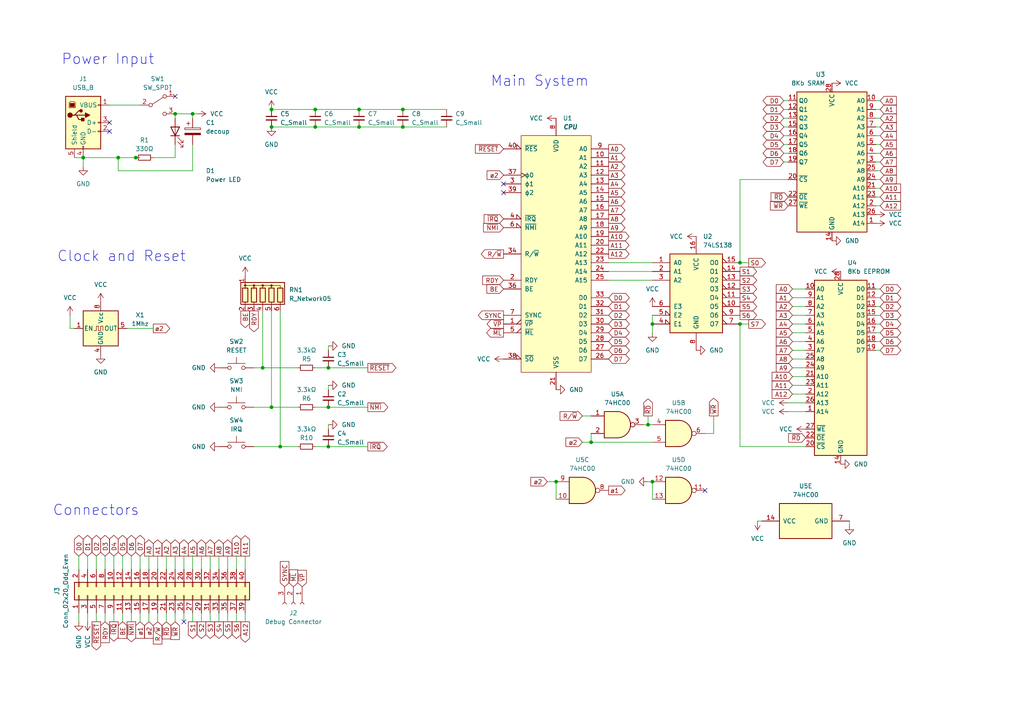
<source format=kicad_sch>
(kicad_sch (version 20230121) (generator eeschema)
  (paper "A4")
  (junction (at 171.45 128.27))
  (junction (at 214.63 76.2))
  (junction (at 116.84 36.83))
  (junction (at 24.13 45.72))
  (junction (at 81.28 129.54))
  (junction (at 95.25 118.11))
  (junction (at 95.25 129.54))
  (junction (at 78.74 36.83))
  (junction (at 50.8 33.02))
  (junction (at 78.74 31.75))
  (junction (at 189.23 139.7))
  (junction (at 91.44 31.75))
  (junction (at 95.25 106.68))
  (junction (at 116.84 31.75))
  (junction (at 76.2 106.68))
  (junction (at 55.88 33.02))
  (junction (at 214.63 93.98))
  (junction (at 189.23 93.98))
  (junction (at 187.96 123.19))
  (junction (at 104.14 31.75))
  (junction (at 34.29 45.72))
  (junction (at 78.74 118.11))
  (junction (at 104.14 36.83))
  (junction (at 39.37 45.72))
  (junction (at 161.29 139.7))
  (junction (at 91.44 36.83))
  (no_connect (at 53.34 180.34))
  (no_connect (at 31.75 35.56))
  (no_connect (at 31.75 38.1))
  (no_connect (at 146.05 55.88))
  (no_connect (at 50.8 27.94))
  (no_connect (at 146.05 53.34))
  (no_connect (at 204.47 142.24))
  (wire (pts (xy 255.27 88.9) (xy 254 88.9)))
  (wire (pts (xy 43.18 161.29) (xy 43.18 165.1)))
  (wire (pts (xy 63.5 180.34) (xy 63.5 177.8)))
  (wire (pts (xy 229.87 96.52) (xy 233.68 96.52)))
  (wire (pts (xy 22.86 180.34) (xy 22.86 177.8)))
  (wire (pts (xy 255.27 99.06) (xy 254 99.06)))
  (wire (pts (xy 255.27 57.15) (xy 254 57.15)))
  (wire (pts (xy 27.94 180.34) (xy 27.94 177.8)))
  (wire (pts (xy 44.45 45.72) (xy 50.8 45.72)))
  (wire (pts (xy 229.87 106.68) (xy 233.68 106.68)))
  (wire (pts (xy 35.56 180.34) (xy 35.56 177.8)))
  (wire (pts (xy 229.87 91.44) (xy 233.68 91.44)))
  (wire (pts (xy 255.27 91.44) (xy 254 91.44)))
  (wire (pts (xy 189.23 139.7) (xy 189.23 144.78)))
  (wire (pts (xy 227.33 29.21) (xy 228.6 29.21)))
  (wire (pts (xy 60.96 161.29) (xy 60.96 165.1)))
  (wire (pts (xy 95.25 100.33) (xy 95.25 101.6)))
  (wire (pts (xy 214.63 52.07) (xy 228.6 52.07)))
  (wire (pts (xy 246.38 152.4) (xy 246.38 151.13)))
  (wire (pts (xy 116.84 36.83) (xy 129.54 36.83)))
  (wire (pts (xy 176.53 81.28) (xy 189.23 81.28)))
  (wire (pts (xy 255.27 36.83) (xy 254 36.83)))
  (wire (pts (xy 50.8 41.91) (xy 50.8 45.72)))
  (wire (pts (xy 161.29 139.7) (xy 161.29 144.78)))
  (wire (pts (xy 38.1 161.29) (xy 38.1 165.1)))
  (wire (pts (xy 91.44 106.68) (xy 95.25 106.68)))
  (wire (pts (xy 48.26 180.34) (xy 48.26 177.8)))
  (wire (pts (xy 38.1 180.34) (xy 38.1 177.8)))
  (wire (pts (xy 187.96 123.19) (xy 186.69 123.19)))
  (wire (pts (xy 255.27 54.61) (xy 254 54.61)))
  (wire (pts (xy 229.87 83.82) (xy 233.68 83.82)))
  (wire (pts (xy 255.27 83.82) (xy 254 83.82)))
  (wire (pts (xy 35.56 161.29) (xy 35.56 165.1)))
  (wire (pts (xy 53.34 161.29) (xy 53.34 165.1)))
  (wire (pts (xy 78.74 118.11) (xy 86.36 118.11)))
  (wire (pts (xy 95.25 123.19) (xy 95.25 124.46)))
  (wire (pts (xy 73.66 118.11) (xy 78.74 118.11)))
  (wire (pts (xy 21.59 45.72) (xy 24.13 45.72)))
  (wire (pts (xy 255.27 49.53) (xy 254 49.53)))
  (wire (pts (xy 228.6 119.38) (xy 233.68 119.38)))
  (wire (pts (xy 189.23 123.19) (xy 187.96 123.19)))
  (wire (pts (xy 255.27 46.99) (xy 254 46.99)))
  (wire (pts (xy 214.63 93.98) (xy 214.63 129.54)))
  (wire (pts (xy 229.87 111.76) (xy 233.68 111.76)))
  (wire (pts (xy 33.02 180.34) (xy 33.02 177.8)))
  (wire (pts (xy 187.96 120.65) (xy 187.96 123.19)))
  (wire (pts (xy 31.75 30.48) (xy 40.64 30.48)))
  (wire (pts (xy 20.32 91.44) (xy 20.32 95.25)))
  (wire (pts (xy 91.44 36.83) (xy 104.14 36.83)))
  (wire (pts (xy 30.48 161.29) (xy 30.48 165.1)))
  (wire (pts (xy 55.88 161.29) (xy 55.88 165.1)))
  (wire (pts (xy 34.29 49.53) (xy 34.29 45.72)))
  (wire (pts (xy 187.96 139.7) (xy 189.23 139.7)))
  (wire (pts (xy 207.01 125.73) (xy 204.47 125.73)))
  (wire (pts (xy 91.44 31.75) (xy 104.14 31.75)))
  (wire (pts (xy 58.42 161.29) (xy 58.42 165.1)))
  (wire (pts (xy 176.53 78.74) (xy 189.23 78.74)))
  (wire (pts (xy 227.33 39.37) (xy 228.6 39.37)))
  (wire (pts (xy 255.27 39.37) (xy 254 39.37)))
  (wire (pts (xy 95.25 118.11) (xy 106.68 118.11)))
  (wire (pts (xy 48.26 161.29) (xy 48.26 165.1)))
  (wire (pts (xy 168.91 120.65) (xy 171.45 120.65)))
  (wire (pts (xy 45.72 161.29) (xy 45.72 165.1)))
  (wire (pts (xy 176.53 76.2) (xy 189.23 76.2)))
  (wire (pts (xy 25.4 180.34) (xy 25.4 177.8)))
  (wire (pts (xy 214.63 93.98) (xy 217.17 93.98)))
  (wire (pts (xy 78.74 31.75) (xy 91.44 31.75)))
  (wire (pts (xy 227.33 31.75) (xy 228.6 31.75)))
  (wire (pts (xy 158.75 139.7) (xy 161.29 139.7)))
  (wire (pts (xy 91.44 129.54) (xy 95.25 129.54)))
  (wire (pts (xy 66.04 161.29) (xy 66.04 165.1)))
  (wire (pts (xy 71.12 161.29) (xy 71.12 165.1)))
  (wire (pts (xy 95.25 106.68) (xy 106.68 106.68)))
  (wire (pts (xy 171.45 128.27) (xy 189.23 128.27)))
  (wire (pts (xy 255.27 59.69) (xy 254 59.69)))
  (wire (pts (xy 229.87 88.9) (xy 233.68 88.9)))
  (wire (pts (xy 33.02 161.29) (xy 33.02 165.1)))
  (wire (pts (xy 227.33 34.29) (xy 228.6 34.29)))
  (wire (pts (xy 24.13 45.72) (xy 34.29 45.72)))
  (wire (pts (xy 229.87 104.14) (xy 233.68 104.14)))
  (wire (pts (xy 255.27 96.52) (xy 254 96.52)))
  (wire (pts (xy 214.63 52.07) (xy 214.63 76.2)))
  (wire (pts (xy 27.94 161.29) (xy 27.94 165.1)))
  (wire (pts (xy 228.6 116.84) (xy 233.68 116.84)))
  (wire (pts (xy 104.14 36.83) (xy 116.84 36.83)))
  (wire (pts (xy 255.27 52.07) (xy 254 52.07)))
  (wire (pts (xy 39.37 45.72) (xy 40.64 45.72)))
  (wire (pts (xy 25.4 161.29) (xy 25.4 165.1)))
  (wire (pts (xy 189.23 93.98) (xy 189.23 96.52)))
  (wire (pts (xy 30.48 180.34) (xy 30.48 177.8)))
  (wire (pts (xy 58.42 180.34) (xy 58.42 177.8)))
  (wire (pts (xy 20.32 95.25) (xy 21.59 95.25)))
  (wire (pts (xy 50.8 161.29) (xy 50.8 165.1)))
  (wire (pts (xy 36.83 95.25) (xy 44.45 95.25)))
  (wire (pts (xy 43.18 180.34) (xy 43.18 177.8)))
  (wire (pts (xy 104.14 31.75) (xy 116.84 31.75)))
  (wire (pts (xy 255.27 44.45) (xy 254 44.45)))
  (wire (pts (xy 255.27 41.91) (xy 254 41.91)))
  (wire (pts (xy 255.27 31.75) (xy 254 31.75)))
  (wire (pts (xy 207.01 120.65) (xy 207.01 125.73)))
  (wire (pts (xy 229.87 114.3) (xy 233.68 114.3)))
  (wire (pts (xy 76.2 90.17) (xy 76.2 106.68)))
  (wire (pts (xy 71.12 180.34) (xy 71.12 177.8)))
  (wire (pts (xy 50.8 33.02) (xy 55.88 33.02)))
  (wire (pts (xy 63.5 161.29) (xy 63.5 165.1)))
  (wire (pts (xy 229.87 93.98) (xy 233.68 93.98)))
  (wire (pts (xy 255.27 93.98) (xy 254 93.98)))
  (wire (pts (xy 255.27 86.36) (xy 254 86.36)))
  (wire (pts (xy 227.33 46.99) (xy 228.6 46.99)))
  (wire (pts (xy 22.86 161.29) (xy 22.86 165.1)))
  (wire (pts (xy 78.74 36.83) (xy 91.44 36.83)))
  (wire (pts (xy 229.87 99.06) (xy 233.68 99.06)))
  (wire (pts (xy 214.63 76.2) (xy 217.17 76.2)))
  (wire (pts (xy 227.33 44.45) (xy 228.6 44.45)))
  (wire (pts (xy 53.34 180.34) (xy 53.34 177.8)))
  (wire (pts (xy 81.28 90.17) (xy 81.28 129.54)))
  (wire (pts (xy 189.23 91.44) (xy 189.23 93.98)))
  (wire (pts (xy 40.64 161.29) (xy 40.64 165.1)))
  (wire (pts (xy 45.72 180.34) (xy 45.72 177.8)))
  (wire (pts (xy 55.88 41.91) (xy 55.88 49.53)))
  (wire (pts (xy 229.87 109.22) (xy 233.68 109.22)))
  (wire (pts (xy 55.88 33.02) (xy 57.15 33.02)))
  (wire (pts (xy 116.84 31.75) (xy 129.54 31.75)))
  (wire (pts (xy 73.66 106.68) (xy 76.2 106.68)))
  (wire (pts (xy 171.45 128.27) (xy 168.91 128.27)))
  (wire (pts (xy 34.29 45.72) (xy 39.37 45.72)))
  (wire (pts (xy 55.88 49.53) (xy 34.29 49.53)))
  (wire (pts (xy 55.88 180.34) (xy 55.88 177.8)))
  (wire (pts (xy 78.74 90.17) (xy 78.74 118.11)))
  (wire (pts (xy 50.8 33.02) (xy 50.8 34.29)))
  (wire (pts (xy 50.8 180.34) (xy 50.8 177.8)))
  (wire (pts (xy 68.58 161.29) (xy 68.58 165.1)))
  (wire (pts (xy 214.63 129.54) (xy 233.68 129.54)))
  (wire (pts (xy 24.13 45.72) (xy 24.13 48.26)))
  (wire (pts (xy 229.87 86.36) (xy 233.68 86.36)))
  (wire (pts (xy 73.66 129.54) (xy 81.28 129.54)))
  (wire (pts (xy 60.96 180.34) (xy 60.96 177.8)))
  (wire (pts (xy 68.58 180.34) (xy 68.58 177.8)))
  (wire (pts (xy 255.27 29.21) (xy 254 29.21)))
  (wire (pts (xy 229.87 101.6) (xy 233.68 101.6)))
  (wire (pts (xy 95.25 111.76) (xy 95.25 113.03)))
  (wire (pts (xy 95.25 129.54) (xy 106.68 129.54)))
  (wire (pts (xy 255.27 101.6) (xy 254 101.6)))
  (wire (pts (xy 227.33 41.91) (xy 228.6 41.91)))
  (wire (pts (xy 66.04 180.34) (xy 66.04 177.8)))
  (wire (pts (xy 227.33 36.83) (xy 228.6 36.83)))
  (wire (pts (xy 171.45 125.73) (xy 171.45 128.27)))
  (wire (pts (xy 81.28 129.54) (xy 86.36 129.54)))
  (wire (pts (xy 55.88 33.02) (xy 55.88 34.29)))
  (wire (pts (xy 40.64 180.34) (xy 40.64 177.8)))
  (wire (pts (xy 219.71 151.13) (xy 220.98 151.13)))
  (wire (pts (xy 76.2 106.68) (xy 86.36 106.68)))
  (wire (pts (xy 91.44 118.11) (xy 95.25 118.11)))
  (wire (pts (xy 255.27 34.29) (xy 254 34.29)))
  (text "Clock and Reset" (at 16.51 76.2 0) (effects (font (size 3 3)) (justify left bottom)))
  (text "Main System\n" (at 142.24 25.4 0) (effects (font (size 3 3)) (justify left bottom)))
  (text "Power Input" (at 17.78 19.05 0) (effects (font (size 3 3)) (justify left bottom)))
  (text "Connectors\n" (at 15.24 149.86 0) (effects (font (size 3 3)) (justify left bottom)))
  (global_label "R{slash}~{W}" (shape input) (at 168.91 120.65 180) (property "Intersheetrefs" "${INTERSHEET_REFS}" (effects hide)))
  (global_label "~{RESET}" (shape input) (at 146.05 43.18 180) (property "Intersheetrefs" "${INTERSHEET_REFS}" (effects hide)))
  (global_label "A12" (shape input) (at 255.27 59.69 0) (property "Intersheetrefs" "${INTERSHEET_REFS}" (effects hide)))
  (global_label "S3" (shape output) (at 214.63 83.82 0) (property "Intersheetrefs" "${INTERSHEET_REFS}" (effects hide)))
  (global_label "~{NMI}" (shape output) (at 106.68 118.11 0) (property "Intersheetrefs" "${INTERSHEET_REFS}" (effects hide)))
  (global_label "A1" (shape output) (at 45.72 161.29 90) (property "Intersheetrefs" "${INTERSHEET_REFS}" (effects hide)))
  (global_label "~{RD}" (shape output) (at 187.96 120.65 90) (property "Intersheetrefs" "${INTERSHEET_REFS}" (effects hide)))
  (global_label "A0" (shape input) (at 255.27 29.21 0) (property "Intersheetrefs" "${INTERSHEET_REFS}" (effects hide)))
  (global_label "S1" (shape output) (at 214.63 78.74 0) (property "Intersheetrefs" "${INTERSHEET_REFS}" (effects hide)))
  (global_label "S6" (shape output) (at 214.63 91.44 0) (property "Intersheetrefs" "${INTERSHEET_REFS}" (effects hide)))
  (global_label "R{slash}~{W}" (shape input) (at 45.72 180.34 270) (property "Intersheetrefs" "${INTERSHEET_REFS}" (effects hide)))
  (global_label "A6" (shape input) (at 229.87 99.06 180) (property "Intersheetrefs" "${INTERSHEET_REFS}" (effects hide)))
  (global_label "ø2" (shape input) (at 168.91 128.27 180) (property "Intersheetrefs" "${INTERSHEET_REFS}" (effects hide)))
  (global_label "A9" (shape input) (at 255.27 52.07 0) (property "Intersheetrefs" "${INTERSHEET_REFS}" (effects hide)))
  (global_label "~{NMI}" (shape input) (at 146.05 66.04 180) (property "Intersheetrefs" "${INTERSHEET_REFS}" (effects hide)))
  (global_label "D0" (shape bidirectional) (at 227.33 29.21 180) (property "Intersheetrefs" "${INTERSHEET_REFS}" (effects hide)))
  (global_label "A4" (shape input) (at 255.27 39.37 0) (property "Intersheetrefs" "${INTERSHEET_REFS}" (effects hide)))
  (global_label "D7" (shape bidirectional) (at 40.64 161.29 90) (property "Intersheetrefs" "${INTERSHEET_REFS}" (effects hide)))
  (global_label "A2" (shape input) (at 255.27 34.29 0) (property "Intersheetrefs" "${INTERSHEET_REFS}" (effects hide)))
  (global_label "S1" (shape output) (at 55.88 180.34 270) (property "Intersheetrefs" "${INTERSHEET_REFS}" (effects hide)))
  (global_label "A6" (shape output) (at 58.42 161.29 90) (property "Intersheetrefs" "${INTERSHEET_REFS}" (effects hide)))
  (global_label "ø2" (shape input) (at 158.75 139.7 180) (property "Intersheetrefs" "${INTERSHEET_REFS}" (effects hide)))
  (global_label "A3" (shape output) (at 176.53 50.8 0) (property "Intersheetrefs" "${INTERSHEET_REFS}" (effects hide)))
  (global_label "S3" (shape output) (at 60.96 180.34 270) (property "Intersheetrefs" "${INTERSHEET_REFS}" (effects hide)))
  (global_label "A5" (shape output) (at 55.88 161.29 90) (property "Intersheetrefs" "${INTERSHEET_REFS}" (effects hide)))
  (global_label "D4" (shape bidirectional) (at 255.27 93.98 0) (property "Intersheetrefs" "${INTERSHEET_REFS}" (effects hide)))
  (global_label "~{IRQ}" (shape input) (at 146.05 63.5 180) (property "Intersheetrefs" "${INTERSHEET_REFS}" (effects hide)))
  (global_label "S5" (shape output) (at 214.63 88.9 0) (property "Intersheetrefs" "${INTERSHEET_REFS}" (effects hide)))
  (global_label "A12" (shape input) (at 229.87 114.3 180) (property "Intersheetrefs" "${INTERSHEET_REFS}" (effects hide)))
  (global_label "D5" (shape bidirectional) (at 227.33 41.91 180) (property "Intersheetrefs" "${INTERSHEET_REFS}" (effects hide)))
  (global_label "A11" (shape output) (at 176.53 71.12 0) (property "Intersheetrefs" "${INTERSHEET_REFS}" (effects hide)))
  (global_label "BE" (shape input) (at 146.05 83.82 180) (property "Intersheetrefs" "${INTERSHEET_REFS}" (effects hide)))
  (global_label "D0" (shape bidirectional) (at 255.27 83.82 0) (property "Intersheetrefs" "${INTERSHEET_REFS}" (effects hide)))
  (global_label "A8" (shape input) (at 255.27 49.53 0) (property "Intersheetrefs" "${INTERSHEET_REFS}" (effects hide)))
  (global_label "D5" (shape bidirectional) (at 35.56 161.29 90) (property "Intersheetrefs" "${INTERSHEET_REFS}" (effects hide)))
  (global_label "~{WR}" (shape input) (at 50.8 180.34 270) (property "Intersheetrefs" "${INTERSHEET_REFS}" (effects hide)))
  (global_label "A0" (shape output) (at 43.18 161.29 90) (property "Intersheetrefs" "${INTERSHEET_REFS}" (effects hide)))
  (global_label "D6" (shape bidirectional) (at 255.27 99.06 0) (property "Intersheetrefs" "${INTERSHEET_REFS}" (effects hide)))
  (global_label "D5" (shape bidirectional) (at 255.27 96.52 0) (property "Intersheetrefs" "${INTERSHEET_REFS}" (effects hide)))
  (global_label "A0" (shape input) (at 229.87 83.82 180) (property "Intersheetrefs" "${INTERSHEET_REFS}" (effects hide)))
  (global_label "D2" (shape bidirectional) (at 176.53 91.44 0) (property "Intersheetrefs" "${INTERSHEET_REFS}" (effects hide)))
  (global_label "A10" (shape output) (at 176.53 68.58 0) (property "Intersheetrefs" "${INTERSHEET_REFS}" (effects hide)))
  (global_label "A1" (shape output) (at 176.53 45.72 0) (property "Intersheetrefs" "${INTERSHEET_REFS}" (effects hide)))
  (global_label "A10" (shape output) (at 68.58 161.29 90) (property "Intersheetrefs" "${INTERSHEET_REFS}" (effects hide)))
  (global_label "D6" (shape bidirectional) (at 176.53 101.6 0) (property "Intersheetrefs" "${INTERSHEET_REFS}" (effects hide)))
  (global_label "~{WR}" (shape output) (at 207.01 120.65 90) (property "Intersheetrefs" "${INTERSHEET_REFS}" (effects hide)))
  (global_label "A1" (shape input) (at 255.27 31.75 0) (property "Intersheetrefs" "${INTERSHEET_REFS}" (effects hide)))
  (global_label "A12" (shape output) (at 71.12 180.34 270) (property "Intersheetrefs" "${INTERSHEET_REFS}" (effects hide)))
  (global_label "A7" (shape input) (at 229.87 101.6 180) (property "Intersheetrefs" "${INTERSHEET_REFS}" (effects hide)))
  (global_label "D4" (shape bidirectional) (at 33.02 161.29 90) (property "Intersheetrefs" "${INTERSHEET_REFS}" (effects hide)))
  (global_label "D1" (shape bidirectional) (at 227.33 31.75 180) (property "Intersheetrefs" "${INTERSHEET_REFS}" (effects hide)))
  (global_label "A10" (shape input) (at 255.27 54.61 0) (property "Intersheetrefs" "${INTERSHEET_REFS}" (effects hide)))
  (global_label "BE" (shape input) (at 35.56 180.34 270) (property "Intersheetrefs" "${INTERSHEET_REFS}" (effects hide)))
  (global_label "A2" (shape input) (at 229.87 88.9 180) (property "Intersheetrefs" "${INTERSHEET_REFS}" (effects hide)))
  (global_label "A4" (shape output) (at 53.34 161.29 90) (property "Intersheetrefs" "${INTERSHEET_REFS}" (effects hide)))
  (global_label "A7" (shape output) (at 60.96 161.29 90) (property "Intersheetrefs" "${INTERSHEET_REFS}" (effects hide)))
  (global_label "S7" (shape output) (at 217.17 93.98 0) (property "Intersheetrefs" "${INTERSHEET_REFS}" (effects hide)))
  (global_label "S4" (shape output) (at 214.63 86.36 0) (property "Intersheetrefs" "${INTERSHEET_REFS}" (effects hide)))
  (global_label "~{ML}" (shape input) (at 85.09 170.18 90) (property "Intersheetrefs" "${INTERSHEET_REFS}" (effects hide)))
  (global_label "~{RESET}" (shape output) (at 106.68 106.68 0) (property "Intersheetrefs" "${INTERSHEET_REFS}" (effects hide)))
  (global_label "S5" (shape output) (at 66.04 180.34 270) (property "Intersheetrefs" "${INTERSHEET_REFS}" (effects hide)))
  (global_label "S2" (shape output) (at 214.63 81.28 0) (property "Intersheetrefs" "${INTERSHEET_REFS}" (effects hide)))
  (global_label "A7" (shape input) (at 255.27 46.99 0) (property "Intersheetrefs" "${INTERSHEET_REFS}" (effects hide)))
  (global_label "A8" (shape input) (at 229.87 104.14 180) (property "Intersheetrefs" "${INTERSHEET_REFS}" (effects hide)))
  (global_label "D1" (shape bidirectional) (at 176.53 88.9 0) (property "Intersheetrefs" "${INTERSHEET_REFS}" (effects hide)))
  (global_label "D2" (shape bidirectional) (at 27.94 161.29 90) (property "Intersheetrefs" "${INTERSHEET_REFS}" (effects hide)))
  (global_label "~{RD}" (shape input) (at 233.68 127 180) (property "Intersheetrefs" "${INTERSHEET_REFS}" (effects hide)))
  (global_label "A5" (shape input) (at 229.87 96.52 180) (property "Intersheetrefs" "${INTERSHEET_REFS}" (effects hide)))
  (global_label "D1" (shape bidirectional) (at 255.27 86.36 0) (property "Intersheetrefs" "${INTERSHEET_REFS}" (effects hide)))
  (global_label "ø1" (shape output) (at 176.53 142.24 0) (property "Intersheetrefs" "${INTERSHEET_REFS}" (effects hide)))
  (global_label "A9" (shape output) (at 66.04 161.29 90) (property "Intersheetrefs" "${INTERSHEET_REFS}" (effects hide)))
  (global_label "A0" (shape output) (at 176.53 43.18 0) (property "Intersheetrefs" "${INTERSHEET_REFS}" (effects hide)))
  (global_label "D4" (shape bidirectional) (at 227.33 39.37 180) (property "Intersheetrefs" "${INTERSHEET_REFS}" (effects hide)))
  (global_label "BE" (shape output) (at 71.12 90.17 270) (property "Intersheetrefs" "${INTERSHEET_REFS}" (effects hide)))
  (global_label "D4" (shape bidirectional) (at 176.53 96.52 0) (property "Intersheetrefs" "${INTERSHEET_REFS}" (effects hide)))
  (global_label "A6" (shape input) (at 255.27 44.45 0) (property "Intersheetrefs" "${INTERSHEET_REFS}" (effects hide)))
  (global_label "D7" (shape bidirectional) (at 227.33 46.99 180) (property "Intersheetrefs" "${INTERSHEET_REFS}" (effects hide)))
  (global_label "A10" (shape input) (at 229.87 109.22 180) (property "Intersheetrefs" "${INTERSHEET_REFS}" (effects hide)))
  (global_label "ø2" (shape input) (at 43.18 180.34 270) (property "Intersheetrefs" "${INTERSHEET_REFS}" (effects hide)))
  (global_label "A1" (shape input) (at 229.87 86.36 180) (property "Intersheetrefs" "${INTERSHEET_REFS}" (effects hide)))
  (global_label "A9" (shape output) (at 176.53 66.04 0) (property "Intersheetrefs" "${INTERSHEET_REFS}" (effects hide)))
  (global_label "A6" (shape output) (at 176.53 58.42 0) (property "Intersheetrefs" "${INTERSHEET_REFS}" (effects hide)))
  (global_label "D0" (shape bidirectional) (at 176.53 86.36 0) (property "Intersheetrefs" "${INTERSHEET_REFS}" (effects hide)))
  (global_label "A5" (shape output) (at 176.53 55.88 0) (property "Intersheetrefs" "${INTERSHEET_REFS}" (effects hide)))
  (global_label "ø1" (shape input) (at 40.64 180.34 270) (property "Intersheetrefs" "${INTERSHEET_REFS}" (effects hide)))
  (global_label "SYNC" (shape output) (at 146.05 91.44 180) (property "Intersheetrefs" "${INTERSHEET_REFS}" (effects hide)))
  (global_label "S4" (shape output) (at 63.5 180.34 270) (property "Intersheetrefs" "${INTERSHEET_REFS}" (effects hide)))
  (global_label "~{RD}" (shape input) (at 228.6 57.15 180) (property "Intersheetrefs" "${INTERSHEET_REFS}" (effects hide)))
  (global_label "A3" (shape output) (at 50.8 161.29 90) (property "Intersheetrefs" "${INTERSHEET_REFS}" (effects hide)))
  (global_label "RDY" (shape input) (at 30.48 180.34 270) (property "Intersheetrefs" "${INTERSHEET_REFS}" (effects hide)))
  (global_label "A2" (shape output) (at 176.53 48.26 0) (property "Intersheetrefs" "${INTERSHEET_REFS}" (effects hide)))
  (global_label "A7" (shape output) (at 176.53 60.96 0) (property "Intersheetrefs" "${INTERSHEET_REFS}" (effects hide)))
  (global_label "ø2" (shape output) (at 44.45 95.25 0) (property "Intersheetrefs" "${INTERSHEET_REFS}" (effects hide)))
  (global_label "A3" (shape input) (at 255.27 36.83 0) (property "Intersheetrefs" "${INTERSHEET_REFS}" (effects hide)))
  (global_label "D7" (shape bidirectional) (at 176.53 104.14 0) (property "Intersheetrefs" "${INTERSHEET_REFS}" (effects hide)))
  (global_label "~{VP}" (shape output) (at 146.05 93.98 180) (property "Intersheetrefs" "${INTERSHEET_REFS}" (effects hide)))
  (global_label "D3" (shape bidirectional) (at 255.27 91.44 0) (property "Intersheetrefs" "${INTERSHEET_REFS}" (effects hide)))
  (global_label "S6" (shape output) (at 68.58 180.34 270) (property "Intersheetrefs" "${INTERSHEET_REFS}" (effects hide)))
  (global_label "D5" (shape bidirectional) (at 176.53 99.06 0) (property "Intersheetrefs" "${INTERSHEET_REFS}" (effects hide)))
  (global_label "A11" (shape input) (at 255.27 57.15 0) (property "Intersheetrefs" "${INTERSHEET_REFS}" (effects hide)))
  (global_label "~{WR}" (shape input) (at 228.6 59.69 180) (property "Intersheetrefs" "${INTERSHEET_REFS}" (effects hide)))
  (global_label "A4" (shape output) (at 176.53 53.34 0) (property "Intersheetrefs" "${INTERSHEET_REFS}" (effects hide)))
  (global_label "D0" (shape bidirectional) (at 22.86 161.29 90) (property "Intersheetrefs" "${INTERSHEET_REFS}" (effects hide)))
  (global_label "~{RD}" (shape input) (at 48.26 180.34 270) (property "Intersheetrefs" "${INTERSHEET_REFS}" (effects hide)))
  (global_label "D3" (shape bidirectional) (at 30.48 161.29 90) (property "Intersheetrefs" "${INTERSHEET_REFS}" (effects hide)))
  (global_label "RDY" (shape input) (at 146.05 81.28 180) (property "Intersheetrefs" "${INTERSHEET_REFS}" (effects hide)))
  (global_label "A3" (shape input) (at 229.87 91.44 180) (property "Intersheetrefs" "${INTERSHEET_REFS}" (effects hide)))
  (global_label "A2" (shape output) (at 48.26 161.29 90) (property "Intersheetrefs" "${INTERSHEET_REFS}" (effects hide)))
  (global_label "D6" (shape bidirectional) (at 227.33 44.45 180) (property "Intersheetrefs" "${INTERSHEET_REFS}" (effects hide)))
  (global_label "~{IRQ}" (shape output) (at 33.02 180.34 270) (property "Intersheetrefs" "${INTERSHEET_REFS}" (effects hide)))
  (global_label "~{VP}" (shape input) (at 87.63 170.18 90) (property "Intersheetrefs" "${INTERSHEET_REFS}" (effects hide)))
  (global_label "~{NMI}" (shape output) (at 38.1 180.34 270) (property "Intersheetrefs" "${INTERSHEET_REFS}" (effects hide)))
  (global_label "RDY" (shape output) (at 73.66 90.17 270) (property "Intersheetrefs" "${INTERSHEET_REFS}" (effects hide)))
  (global_label "D3" (shape bidirectional) (at 227.33 36.83 180) (property "Intersheetrefs" "${INTERSHEET_REFS}" (effects hide)))
  (global_label "R{slash}~{W}" (shape output) (at 146.05 73.66 180) (property "Intersheetrefs" "${INTERSHEET_REFS}" (effects hide)))
  (global_label "A4" (shape input) (at 229.87 93.98 180) (property "Intersheetrefs" "${INTERSHEET_REFS}" (effects hide)))
  (global_label "D3" (shape bidirectional) (at 176.53 93.98 0) (property "Intersheetrefs" "${INTERSHEET_REFS}" (effects hide)))
  (global_label "A8" (shape output) (at 176.53 63.5 0) (property "Intersheetrefs" "${INTERSHEET_REFS}" (effects hide)))
  (global_label "D7" (shape bidirectional) (at 255.27 101.6 0) (property "Intersheetrefs" "${INTERSHEET_REFS}" (effects hide)))
  (global_label "D2" (shape bidirectional) (at 255.27 88.9 0) (property "Intersheetrefs" "${INTERSHEET_REFS}" (effects hide)))
  (global_label "~{IRQ}" (shape output) (at 106.68 129.54 0) (property "Intersheetrefs" "${INTERSHEET_REFS}" (effects hide)))
  (global_label "D1" (shape bidirectional) (at 25.4 161.29 90) (property "Intersheetrefs" "${INTERSHEET_REFS}" (effects hide)))
  (global_label "A8" (shape output) (at 63.5 161.29 90) (property "Intersheetrefs" "${INTERSHEET_REFS}" (effects hide)))
  (global_label "A12" (shape output) (at 176.53 73.66 0) (property "Intersheetrefs" "${INTERSHEET_REFS}" (effects hide)))
  (global_label "A5" (shape input) (at 255.27 41.91 0) (property "Intersheetrefs" "${INTERSHEET_REFS}" (effects hide)))
  (global_label "S0" (shape output) (at 217.17 76.2 0) (property "Intersheetrefs" "${INTERSHEET_REFS}" (effects hide)))
  (global_label "SYNC" (shape input) (at 82.55 170.18 90) (property "Intersheetrefs" "${INTERSHEET_REFS}" (effects hide)))
  (global_label "D2" (shape bidirectional) (at 227.33 34.29 180) (property "Intersheetrefs" "${INTERSHEET_REFS}" (effects hide)))
  (global_label "~{RESET}" (shape output) (at 27.94 180.34 270) (property "Intersheetrefs" "${INTERSHEET_REFS}" (effects hide)))
  (global_label "ø2" (shape input) (at 146.05 50.8 180) (property "Intersheetrefs" "${INTERSHEET_REFS}" (effects hide)))
  (global_label "S2" (shape output) (at 58.42 180.34 270) (property "Intersheetrefs" "${INTERSHEET_REFS}" (effects hide)))
  (global_label "A11" (shape input) (at 229.87 111.76 180) (property "Intersheetrefs" "${INTERSHEET_REFS}" (effects hide)))
  (global_label "D6" (shape bidirectional) (at 38.1 161.29 90) (property "Intersheetrefs" "${INTERSHEET_REFS}" (effects hide)))
  (global_label "A9" (shape input) (at 229.87 106.68 180) (property "Intersheetrefs" "${INTERSHEET_REFS}" (effects hide)))
  (global_label "~{ML}" (shape output) (at 146.05 96.52 180) (property "Intersheetrefs" "${INTERSHEET_REFS}" (effects hide)))
  (global_label "A11" (shape output) (at 71.12 161.29 90) (property "Intersheetrefs" "${INTERSHEET_REFS}" (effects hide)))
  (symbol (lib_id "power:VCC") (at 254 62.23 270) (mirror x) (unit 1)
    (property "Reference" "#PWR020" (effects hide))
    (property "Value" "VCC" (at 257.81 62.23 90) (effects (justify left)))
  )
  (symbol (lib_id "power:VCC") (at 25.4 180.34 180) (unit 1)
    (property "Reference" "#PWR013" (effects hide))
    (property "Value" "VCC" (at 25.4 184.15 90) (effects (justify left)))
  )
  (symbol (lib_id "power:VCC") (at 219.71 151.13 180) (unit 1)
    (property "Reference" "#PWR016" (effects hide))
    (property "Value" "VCC" (at 219.71 156.21 0))
  )
  (symbol (lib_id "Device:C_Small") (at 116.84 34.29 0) (unit 1)
    (property "Reference" "C8" (at 119.38 33.0263 0) (effects (justify left)))
    (property "Value" "C_Small" (at 119.38 35.5663 0) (effects (justify left)))
    (property "Footprint" "Capacitor_THT:C_Disc_D3.0mm_W1.6mm_P2.50mm" (effects hide))
  )
  (symbol (lib_id "Device:C_Small") (at 95.25 127 0) (unit 1)
    (property "Reference" "C4" (at 97.79 125.7363 0) (effects (justify left)))
    (property "Value" "C_Small" (at 97.79 128.2763 0) (effects (justify left)))
    (property "Footprint" "Capacitor_THT:C_Disc_D3.0mm_W1.6mm_P2.50mm" (effects hide))
  )
  (symbol (lib_id "Device:R_Small") (at 88.9 129.54 270) (unit 1)
    (property "Reference" "R10" (at 88.9 127 90))
    (property "Value" "3.3kΩ" (at 88.9 124.46 90))
    (property "Footprint" "Resistor_THT:R_Axial_DIN0204_L3.6mm_D1.6mm_P5.08mm_Horizontal" (effects hide))
  )
  (symbol (lib_id "Switch:SW_SPDT") (at 45.72 30.48 0) (unit 1)
    (property "Reference" "SW1" (at 45.72 22.86 0))
    (property "Value" "SW_SPDT" (at 45.72 25.4 0))
    (property "Footprint" "Connector_PinSocket_2.54mm:PinSocket_1x03_P2.54mm_Vertical" (effects hide))
  )
  (symbol (lib_id "power:GND") (at 189.23 96.52 0) (unit 1)
    (property "Reference" "#PWR010" (effects hide))
    (property "Value" "GND" (at 189.23 101.6 0))
  )
  (symbol (lib_id "power:GND") (at 187.96 139.7 270) (unit 1)
    (property "Reference" "#PWR034" (effects hide))
    (property "Value" "GND" (at 184.15 139.7 90) (effects (justify right)))
  )
  (symbol (lib_id "Switch:SW_Push") (at 68.58 118.11 0) (unit 1)
    (property "Reference" "SW3" (at 68.58 110.49 0))
    (property "Value" "NMI" (at 68.58 113.03 0))
    (property "Footprint" "Button_Switch_THT:SW_PUSH_6mm" (effects hide))
  )
  (symbol (lib_id "Device:LED") (at 50.8 38.1 90) (unit 1)
    (property "Reference" "D1" (at 59.69 49.53 90) (effects (justify right)))
    (property "Value" "Power LED" (at 59.69 52.07 90) (effects (justify right)))
    (property "Footprint" "LED_THT:LED_D5.0mm" (effects hide))
  )
  (symbol (lib_id "Connector:Conn_01x03_Socket") (at 85.09 175.26 270) (unit 1)
    (property "Reference" "J2" (at 85.09 177.8 90))
    (property "Value" "Debug Connector" (at 85.09 180.34 90))
    (property "Footprint" "Connector_PinSocket_2.54mm:PinSocket_1x03_P2.54mm_Vertical" (effects hide))
  )
  (symbol (lib_id "Switch:SW_Push") (at 68.58 129.54 0) (unit 1)
    (property "Reference" "SW4" (at 68.58 121.92 0))
    (property "Value" "IRQ" (at 68.58 124.46 0))
    (property "Footprint" "Button_Switch_THT:SW_PUSH_6mm" (effects hide))
  )
  (symbol (lib_id "Device:C_Small") (at 95.25 104.14 0) (unit 1)
    (property "Reference" "C3" (at 97.79 102.8763 0) (effects (justify left)))
    (property "Value" "C_Small" (at 97.79 105.4163 0) (effects (justify left)))
    (property "Footprint" "Capacitor_THT:C_Disc_D3.0mm_W1.6mm_P2.50mm" (effects hide))
  )
  (symbol (lib_id "power:VCC") (at 228.6 119.38 90) (unit 1)
    (property "Reference" "#PWR023" (effects hide))
    (property "Value" "VCC" (at 224.79 119.38 90) (effects (justify left)))
  )
  (symbol (lib_id "74xx:74HC00") (at 233.68 151.13 90) (unit 5)
    (property "Reference" "U5" (at 233.68 140.97 90))
    (property "Value" "74HC00" (at 233.68 143.51 90))
    (property "Footprint" "Package_DIP:DIP-14_W7.62mm_Socket" (effects hide))
    (property "Datasheet" "http://www.ti.com/lit/gpn/sn74hc00" (effects hide))
  )
  (symbol (lib_id "power:VCC") (at 241.3 24.13 270) (mirror x) (unit 1)
    (property "Reference" "#PWR017" (effects hide))
    (property "Value" "VCC" (at 245.11 24.13 90) (effects (justify left)))
  )
  (symbol (lib_id "power:GND") (at 63.5 106.68 270) (unit 1)
    (property "Reference" "#PWR011" (effects hide))
    (property "Value" "GND" (at 59.69 106.68 90) (effects (justify right)))
  )
  (symbol (lib_id "power:VCC") (at 146.05 104.14 90) (unit 1)
    (property "Reference" "#PWR012" (effects hide))
    (property "Value" "VCC" (at 142.24 104.14 90) (effects (justify left)))
  )
  (symbol (lib_id "power:VCC") (at 29.21 87.63 0) (unit 1)
    (property "Reference" "#PWR04" (effects hide))
    (property "Value" "VCC" (at 29.21 82.55 0))
  )
  (symbol (lib_id "power:VCC") (at 71.12 80.01 0) (unit 1)
    (property "Reference" "#PWR036" (effects hide))
    (property "Value" "VCC" (at 71.12 74.93 0))
  )
  (symbol (lib_id "power:VCC") (at 228.6 116.84 90) (unit 1)
    (property "Reference" "#PWR022" (effects hide))
    (property "Value" "VCC" (at 224.79 116.84 90) (effects (justify left)))
  )
  (symbol (lib_id "Switch:SW_Push") (at 68.58 106.68 0) (unit 1)
    (property "Reference" "SW2" (at 68.58 99.06 0))
    (property "Value" "RESET" (at 68.58 101.6 0))
    (property "Footprint" "Button_Switch_THT:SW_PUSH_6mm" (effects hide))
  )
  (symbol (lib_id "power:VCC") (at 243.84 78.74 90) (unit 1)
    (property "Reference" "#PWR025" (effects hide))
    (property "Value" "VCC" (at 240.03 78.74 90) (effects (justify left)))
  )
  (symbol (lib_id "Device:C_Small") (at 78.74 34.29 0) (unit 1)
    (property "Reference" "C5" (at 81.28 33.0263 0) (effects (justify left)))
    (property "Value" "C_Small" (at 81.28 35.5663 0) (effects (justify left)))
    (property "Footprint" "Capacitor_THT:C_Disc_D3.0mm_W1.6mm_P2.50mm" (effects hide))
  )
  (symbol (lib_id "power:GND") (at 241.3 69.85 90) (mirror x) (unit 1)
    (property "Reference" "#PWR018" (effects hide))
    (property "Value" "GND" (at 245.11 69.85 90) (effects (justify right)))
  )
  (symbol (lib_id "power:VCC") (at 233.68 124.46 90) (unit 1)
    (property "Reference" "#PWR021" (effects hide))
    (property "Value" "VCC" (at 229.87 124.46 90) (effects (justify left)))
  )
  (symbol (lib_id "power:VCC") (at 20.32 91.44 0) (unit 1)
    (property "Reference" "#PWR05" (effects hide))
    (property "Value" "VCC" (at 20.32 86.36 0))
  )
  (symbol (lib_id "Device:R_Network05") (at 76.2 85.09 0) (unit 1)
    (property "Reference" "RN1" (at 83.82 84.074 0) (effects (justify left)))
    (property "Value" "R_Network05" (at 83.82 86.614 0) (effects (justify left)))
    (property "Footprint" "Resistor_THT:R_Array_SIP6" (effects hide))
    (property "Datasheet" "http://www.vishay.com/docs/31509/csc.pdf" (effects hide))
  )
  (symbol (lib_id "74xx:74HC00") (at 179.07 123.19 0) (unit 1)
    (property "Reference" "U5" (at 179.0617 114.3 0))
    (property "Value" "74HC00" (at 179.0617 116.84 0))
    (property "Footprint" "Package_DIP:DIP-14_W7.62mm_Socket" (effects hide))
    (property "Datasheet" "http://www.ti.com/lit/gpn/sn74hc00" (effects hide))
  )
  (symbol (lib_id "power:VCC") (at 78.74 31.75 0) (unit 1)
    (property "Reference" "#PWR014" (effects hide))
    (property "Value" "VCC" (at 78.74 26.67 0))
  )
  (symbol (lib_id "74xx:74HC00") (at 168.91 142.24 0) (unit 3)
    (property "Reference" "U5" (at 168.9017 133.35 0))
    (property "Value" "74HC00" (at 168.9017 135.89 0))
    (property "Footprint" "Package_DIP:DIP-14_W7.62mm_Socket" (effects hide))
    (property "Datasheet" "http://www.ti.com/lit/gpn/sn74hc00" (effects hide))
  )
  (symbol (lib_id "power:GND") (at 63.5 129.54 270) (unit 1)
    (property "Reference" "#PWR028" (effects hide))
    (property "Value" "GND" (at 59.69 129.54 90) (effects (justify right)))
  )
  (symbol (lib_id "power:GND") (at 63.5 118.11 270) (unit 1)
    (property "Reference" "#PWR027" (effects hide))
    (property "Value" "GND" (at 59.69 118.11 90) (effects (justify right)))
  )
  (symbol (lib_id "Connector_Generic:Conn_02x20_Odd_Even") (at 45.72 172.72 90) (unit 1)
    (property "Reference" "J3" (at 16.51 171.45 0))
    (property "Value" "Conn_02x20_Odd_Even" (at 19.05 171.45 0))
    (property "Footprint" "Connector_PinSocket_2.54mm:PinSocket_2x20_P2.54mm_Vertical" (effects hide))
  )
  (symbol (lib_id "power:GND") (at 24.13 48.26 0) (unit 1)
    (property "Reference" "#PWR02" (effects hide))
    (property "Value" "GND" (at 24.13 53.34 0))
  )
  (symbol (lib_id "power:GND") (at 201.93 101.6 90) (unit 1)
    (property "Reference" "#PWR08" (effects hide))
    (property "Value" "GND" (at 205.74 101.6 90) (effects (justify right)))
  )
  (symbol (lib_id "power:GND") (at 243.84 134.62 90) (mirror x) (unit 1)
    (property "Reference" "#PWR024" (effects hide))
    (property "Value" "GND" (at 247.65 134.62 90) (effects (justify right)))
  )
  (symbol (lib_id "power:GND") (at 22.86 180.34 0) (unit 1)
    (property "Reference" "#PWR033" (effects hide))
    (property "Value" "GND" (at 22.86 184.15 90) (effects (justify right)))
  )
  (symbol (lib_id "Device:C_Small") (at 95.25 115.57 0) (unit 1)
    (property "Reference" "C2" (at 97.79 114.3063 0) (effects (justify left)))
    (property "Value" "C_Small" (at 97.79 116.8463 0) (effects (justify left)))
    (property "Footprint" "Capacitor_THT:C_Disc_D3.0mm_W1.6mm_P2.50mm" (effects hide))
  )
  (symbol (lib_id "power:GND") (at 78.74 36.83 0) (unit 1)
    (property "Reference" "#PWR029" (effects hide))
    (property "Value" "GND" (at 78.74 41.91 0))
  )
  (symbol (lib_id "Device:C_Small") (at 104.14 34.29 0) (unit 1)
    (property "Reference" "C7" (at 106.68 33.0263 0) (effects (justify left)))
    (property "Value" "C_Small" (at 106.68 35.5663 0) (effects (justify left)))
    (property "Footprint" "Capacitor_THT:C_Disc_D3.0mm_W1.6mm_P2.50mm" (effects hide))
  )
  (symbol (lib_id "power:VCC") (at 57.15 33.02 270) (unit 1)
    (property "Reference" "#PWR01" (effects hide))
    (property "Value" "VCC" (at 60.96 33.02 90) (effects (justify left)))
  )
  (symbol (lib_id "Device:C_Small") (at 129.54 34.29 0) (unit 1)
    (property "Reference" "C9" (at 132.08 33.0263 0) (effects (justify left)))
    (property "Value" "C_Small" (at 132.08 35.5663 0) (effects (justify left)))
    (property "Footprint" "Capacitor_THT:C_Disc_D3.0mm_W1.6mm_P2.50mm" (effects hide))
  )
  (symbol (lib_id "74xx:74LS138") (at 201.93 83.82 0) (unit 1)
    (property "Reference" "U2" (at 203.8859 68.58 0) (effects (justify left)))
    (property "Value" "74LS138" (at 203.8859 71.12 0) (effects (justify left)))
    (property "Footprint" "Package_DIP:DIP-16_W7.62mm_Socket" (effects hide))
    (property "Datasheet" "http://www.ti.com/lit/gpn/sn74LS138" (effects hide))
  )
  (symbol (lib_id "power:VCC") (at 201.93 68.58 90) (unit 1)
    (property "Reference" "#PWR09" (effects hide))
    (property "Value" "VCC" (at 198.12 68.58 90) (effects (justify left)))
  )
  (symbol (lib_id "Memory_RAM:HM62256BLP") (at 241.3 46.99 0) (mirror y) (unit 1)
    (property "Reference" "U3" (at 239.3441 21.59 0) (effects (justify left)))
    (property "Value" "8Kb SRAM" (at 239.3441 24.13 0) (effects (justify left)))
    (property "Footprint" "Package_DIP:DIP-28_W15.24mm_Socket" (effects hide))
    (property "Datasheet" "https://web.mit.edu/6.115/www/document/62256.pdf" (effects hide))
  )
  (symbol (lib_id "power:GND") (at 246.38 152.4 0) (unit 1)
    (property "Reference" "#PWR015" (effects hide))
    (property "Value" "GND" (at 246.38 157.48 0))
  )
  (symbol (lib_id "Device:C_Small") (at 91.44 34.29 0) (unit 1)
    (property "Reference" "C6" (at 93.98 33.0263 0) (effects (justify left)))
    (property "Value" "C_Small" (at 93.98 35.5663 0) (effects (justify left)))
    (property "Footprint" "Capacitor_THT:C_Disc_D3.0mm_W1.6mm_P2.50mm" (effects hide))
  )
  (symbol (lib_id "power:GND") (at 29.21 102.87 0) (unit 1)
    (property "Reference" "#PWR03" (effects hide))
    (property "Value" "GND" (at 29.21 107.95 0))
  )
  (symbol (lib_id "power:GND") (at 95.25 111.76 90) (unit 1)
    (property "Reference" "#PWR031" (effects hide))
    (property "Value" "GND" (at 99.06 111.76 90) (effects (justify right)))
  )
  (symbol (lib_id "power:GND") (at 95.25 123.19 90) (unit 1)
    (property "Reference" "#PWR030" (effects hide))
    (property "Value" "GND" (at 99.06 123.19 90) (effects (justify right)))
  )
  (symbol (lib_id "74xx:74HC00") (at 196.85 125.73 0) (unit 2)
    (property "Reference" "U5" (at 196.8417 116.84 0))
    (property "Value" "74HC00" (at 196.8417 119.38 0))
    (property "Footprint" "Package_DIP:DIP-14_W7.62mm_Socket" (effects hide))
    (property "Datasheet" "http://www.ti.com/lit/gpn/sn74hc00" (effects hide))
  )
  (symbol (lib_id "Memory_EEPROM:28C256") (at 243.84 106.68 0) (unit 1)
    (property "Reference" "U4" (at 245.7959 76.2 0) (effects (justify left)))
    (property "Value" "8Kb EEPROM" (at 245.7959 78.74 0) (effects (justify left)))
    (property "Footprint" "Package_DIP:DIP-28_W15.24mm_Socket" (effects hide))
    (property "Datasheet" "http://ww1.microchip.com/downloads/en/DeviceDoc/doc0006.pdf" (effects hide))
  )
  (symbol (lib_id "Device:R_Small") (at 41.91 45.72 90) (unit 1)
    (property "Reference" "R1" (at 41.91 40.64 90))
    (property "Value" "330Ω" (at 41.91 43.18 90))
    (property "Footprint" "Resistor_THT:R_Axial_DIN0204_L3.6mm_D1.6mm_P5.08mm_Horizontal" (effects hide))
  )
  (symbol (lib_id "Oscillator:CXO_DIP8") (at 29.21 95.25 0) (unit 1)
    (property "Reference" "X1" (at 40.64 91.3639 0))
    (property "Value" "1Mhz" (at 40.64 93.9039 0))
    (property "Footprint" "Oscillator:Oscillator_DIP-8" (effects hide))
    (property "Datasheet" "http://cdn-reichelt.de/documents/datenblatt/B400/OSZI.pdf" (effects hide))
  )
  (symbol (lib_id "power:VCC") (at 161.29 34.29 90) (unit 1)
    (property "Reference" "#PWR06" (effects hide))
    (property "Value" "VCC" (at 157.48 34.29 90) (effects (justify left)))
  )
  (symbol (lib_id "power:VCC") (at 254 64.77 270) (mirror x) (unit 1)
    (property "Reference" "#PWR019" (effects hide))
    (property "Value" "VCC" (at 257.81 64.77 90) (effects (justify left)))
  )
  (symbol (lib_id "Connector:USB_B") (at 24.13 35.56 0) (unit 1)
    (property "Reference" "J1" (at 24.13 22.86 0))
    (property "Value" "USB_B" (at 24.13 25.4 0))
    (property "Footprint" "Connector_USB:USB_B_OST_USB-B1HSxx_Horizontal" (effects hide))
    (property "Datasheet" " ~" (effects hide))
  )
  (symbol (lib_id "Device:R_Small") (at 88.9 118.11 270) (unit 1)
    (property "Reference" "R6" (at 88.9 115.57 90))
    (property "Value" "3.3kΩ" (at 88.9 113.03 90))
    (property "Footprint" "Resistor_THT:R_Axial_DIN0204_L3.6mm_D1.6mm_P5.08mm_Horizontal" (effects hide))
  )
  (symbol (lib_id "Device:R_Small") (at 88.9 106.68 270) (unit 1)
    (property "Reference" "R5" (at 88.9 104.14 90))
    (property "Value" "3.3kΩ" (at 88.9 101.6 90))
    (property "Footprint" "Resistor_THT:R_Axial_DIN0204_L3.6mm_D1.6mm_P5.08mm_Horizontal" (effects hide))
  )
  (symbol (lib_id "65xx:W65C02SxP") (at 161.29 73.66 0) (unit 1)
    (property "Reference" "U1" (at 163.2459 34.29 0) (effects (justify left)))
    (property "Value" "CPU" (at 163.2459 36.83 0) (effects (font bold italic) (justify left)))
    (property "Footprint" "PCM_Package_DIP_AKL:DIP-40_W15.24mm_Socket" (effects hide))
    (property "Datasheet" "http://www.westerndesigncenter.com/wdc/documentation/w65c02s.pdf" (effects hide))
  )
  (symbol (lib_id "74xx:74HC00") (at 196.85 142.24 0) (unit 4)
    (property "Reference" "U5" (at 196.8417 133.35 0))
    (property "Value" "74HC00" (at 196.8417 135.89 0))
    (property "Footprint" "Package_DIP:DIP-14_W7.62mm_Socket" (effects hide))
    (property "Datasheet" "http://www.ti.com/lit/gpn/sn74hc00" (effects hide))
  )
  (symbol (lib_id "power:VCC") (at 189.23 88.9 0) (unit 1)
    (property "Reference" "#PWR026" (effects hide))
    (property "Value" "VCC" (at 189.23 83.82 0))
  )
  (symbol (lib_id "power:GND") (at 161.29 113.03 90) (unit 1)
    (property "Reference" "#PWR07" (effects hide))
    (property "Value" "GND" (at 165.1 113.03 90) (effects (justify right)))
  )
  (symbol (lib_id "Device:C_Polarized") (at 55.88 38.1 0) (unit 1)
    (property "Reference" "C1" (at 59.69 35.56 0) (effects (justify left)))
    (property "Value" "decoup" (at 59.69 38.1 0) (effects (justify left)))
    (property "Footprint" "Capacitor_THT:CP_Radial_D4.0mm_P1.50mm" (effects hide))
  )
  (symbol (lib_id "power:GND") (at 95.25 100.33 90) (unit 1)
    (property "Reference" "#PWR032" (effects hide))
    (property "Value" "GND" (at 99.06 100.33 90) (effects (justify right)))
  )
)
</source>
